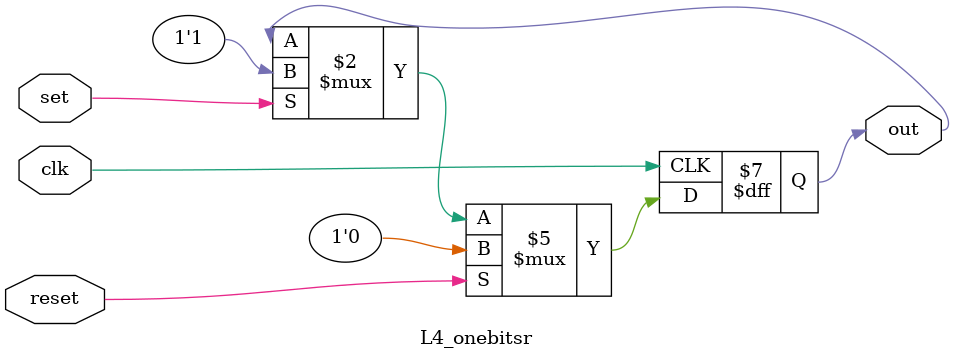
<source format=v>
module L4_onebitsr(clk, set, reset, out);

	input clk, set, reset;
	output out;
	reg out;
	always@(posedge clk)
		if(reset) out <= 0;
		else if(set) out <= 1;

endmodule
</source>
